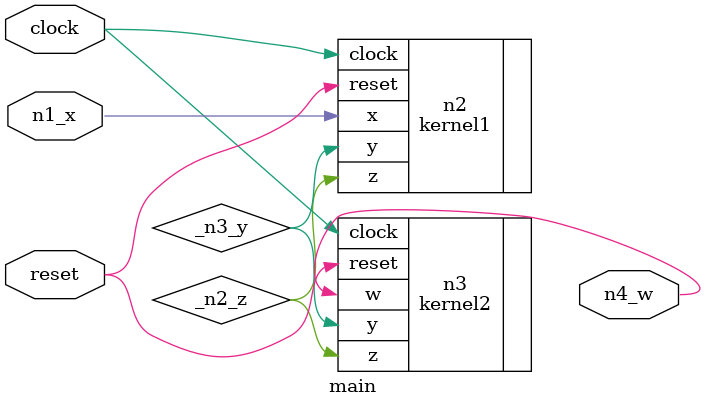
<source format=v>
module main(	// /home/nikita/Desktop/work/utopia/output/test/hil/feedback/feedbackFir.mlir:11:5
  input  clock,
         reset,
         n1_x,
  output n4_w);

  wire _n3_y;	// /home/nikita/Desktop/work/utopia/output/test/hil/feedback/feedbackFir.mlir:21:50
  wire _n2_z;	// /home/nikita/Desktop/work/utopia/output/test/hil/feedback/feedbackFir.mlir:20:50

  kernel1 n2 (	// /home/nikita/Desktop/work/utopia/output/test/hil/feedback/feedbackFir.mlir:20:50
    .clock (clock),
    .reset (reset),
    .x     (n1_x),
    .y     (_n3_y),	// /home/nikita/Desktop/work/utopia/output/test/hil/feedback/feedbackFir.mlir:21:50
    .z     (_n2_z)
  );
  kernel2 n3 (	// /home/nikita/Desktop/work/utopia/output/test/hil/feedback/feedbackFir.mlir:21:50
    .clock (clock),
    .reset (reset),
    .z     (_n2_z),	// /home/nikita/Desktop/work/utopia/output/test/hil/feedback/feedbackFir.mlir:20:50
    .w     (n4_w),
    .y     (_n3_y)
  );
endmodule


</source>
